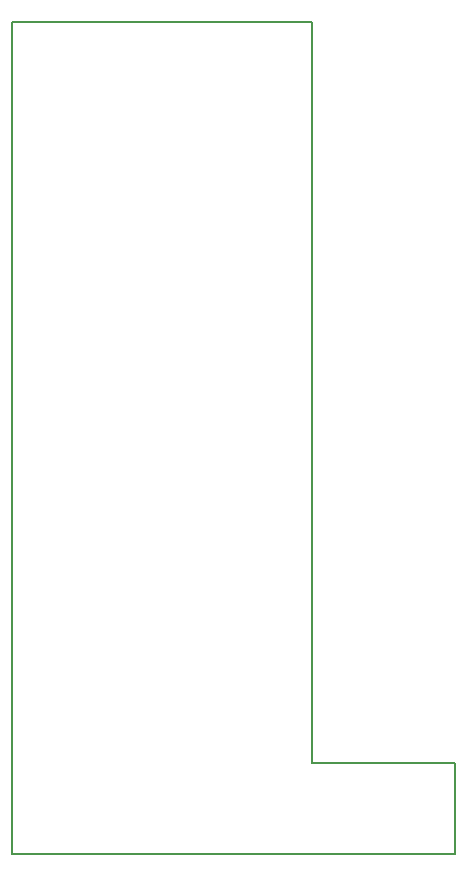
<source format=gbr>
G04 #@! TF.FileFunction,Profile,NP*
%FSLAX46Y46*%
G04 Gerber Fmt 4.6, Leading zero omitted, Abs format (unit mm)*
G04 Created by KiCad (PCBNEW 4.0.1-3.201512221401+6198~38~ubuntu15.10.1-stable) date Fri 14 Oct 2016 06:40:47 AM PDT*
%MOMM*%
G01*
G04 APERTURE LIST*
%ADD10C,0.100000*%
%ADD11C,0.150000*%
G04 APERTURE END LIST*
D10*
D11*
X166940000Y-85100000D02*
X166940000Y-155600000D01*
X192350000Y-85100000D02*
X166940000Y-85100000D01*
X192350000Y-147850000D02*
X192350000Y-85100000D01*
X204450000Y-147850000D02*
X192350000Y-147850000D01*
X204450000Y-155600000D02*
X204450000Y-147850000D01*
X166940000Y-155600000D02*
X204450000Y-155600000D01*
M02*

</source>
